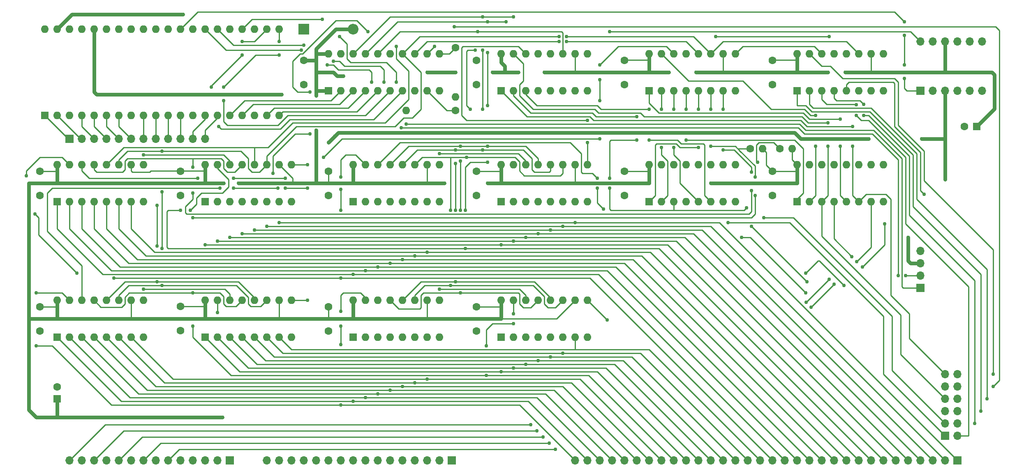
<source format=gtl>
G04 #@! TF.GenerationSoftware,KiCad,Pcbnew,(7.0.0)*
G04 #@! TF.CreationDate,2023-09-24T17:48:51-07:00*
G04 #@! TF.ProjectId,peripheral_interface,70657269-7068-4657-9261-6c5f696e7465,rev?*
G04 #@! TF.SameCoordinates,Original*
G04 #@! TF.FileFunction,Copper,L1,Top*
G04 #@! TF.FilePolarity,Positive*
%FSLAX46Y46*%
G04 Gerber Fmt 4.6, Leading zero omitted, Abs format (unit mm)*
G04 Created by KiCad (PCBNEW (7.0.0)) date 2023-09-24 17:48:51*
%MOMM*%
%LPD*%
G01*
G04 APERTURE LIST*
G04 #@! TA.AperFunction,ComponentPad*
%ADD10R,1.600000X1.600000*%
G04 #@! TD*
G04 #@! TA.AperFunction,ComponentPad*
%ADD11O,1.600000X1.600000*%
G04 #@! TD*
G04 #@! TA.AperFunction,ComponentPad*
%ADD12C,1.600000*%
G04 #@! TD*
G04 #@! TA.AperFunction,ComponentPad*
%ADD13R,1.700000X1.700000*%
G04 #@! TD*
G04 #@! TA.AperFunction,ComponentPad*
%ADD14O,1.700000X1.700000*%
G04 #@! TD*
G04 #@! TA.AperFunction,ComponentPad*
%ADD15R,2.200000X2.200000*%
G04 #@! TD*
G04 #@! TA.AperFunction,ComponentPad*
%ADD16O,2.200000X2.200000*%
G04 #@! TD*
G04 #@! TA.AperFunction,ViaPad*
%ADD17C,0.762000*%
G04 #@! TD*
G04 #@! TA.AperFunction,Conductor*
%ADD18C,0.762000*%
G04 #@! TD*
G04 #@! TA.AperFunction,Conductor*
%ADD19C,0.254000*%
G04 #@! TD*
G04 APERTURE END LIST*
D10*
X182879999Y-63499999D03*
D11*
X185419999Y-63499999D03*
X187959999Y-63499999D03*
X190499999Y-63499999D03*
X193039999Y-63499999D03*
X195579999Y-63499999D03*
X198119999Y-63499999D03*
X200659999Y-63499999D03*
X200659999Y-55879999D03*
X198119999Y-55879999D03*
X195579999Y-55879999D03*
X193039999Y-55879999D03*
X190499999Y-55879999D03*
X187959999Y-55879999D03*
X185419999Y-55879999D03*
X182879999Y-55879999D03*
D10*
X91439999Y-86359999D03*
D11*
X93979999Y-86359999D03*
X96519999Y-86359999D03*
X99059999Y-86359999D03*
X101599999Y-86359999D03*
X104139999Y-86359999D03*
X106679999Y-86359999D03*
X109219999Y-86359999D03*
X109219999Y-78739999D03*
X106679999Y-78739999D03*
X104139999Y-78739999D03*
X101599999Y-78739999D03*
X99059999Y-78739999D03*
X96519999Y-78739999D03*
X93979999Y-78739999D03*
X91439999Y-78739999D03*
D10*
X182879999Y-86359999D03*
D11*
X185419999Y-86359999D03*
X187959999Y-86359999D03*
X190499999Y-86359999D03*
X193039999Y-86359999D03*
X195579999Y-86359999D03*
X198119999Y-86359999D03*
X200659999Y-86359999D03*
X200659999Y-78739999D03*
X198119999Y-78739999D03*
X195579999Y-78739999D03*
X193039999Y-78739999D03*
X190499999Y-78739999D03*
X187959999Y-78739999D03*
X185419999Y-78739999D03*
X182879999Y-78739999D03*
D12*
X143002000Y-67564000D03*
D11*
X132841999Y-67563999D03*
D12*
X147320000Y-85050000D03*
X147320000Y-80050000D03*
D13*
X142239999Y-139699999D03*
D14*
X139699999Y-139699999D03*
X137159999Y-139699999D03*
X134619999Y-139699999D03*
X132079999Y-139699999D03*
X129539999Y-139699999D03*
X126999999Y-139699999D03*
X124459999Y-139699999D03*
X121919999Y-139699999D03*
X119379999Y-139699999D03*
X116839999Y-139699999D03*
X114299999Y-139699999D03*
X111759999Y-139699999D03*
X109219999Y-139699999D03*
X106679999Y-139699999D03*
X104139999Y-139699999D03*
D12*
X208280000Y-85090000D03*
X208280000Y-80090000D03*
D10*
X213359999Y-63499999D03*
D11*
X215899999Y-63499999D03*
X218439999Y-63499999D03*
X220979999Y-63499999D03*
X223519999Y-63499999D03*
X226059999Y-63499999D03*
X228599999Y-63499999D03*
X231139999Y-63499999D03*
X231139999Y-55879999D03*
X228599999Y-55879999D03*
X226059999Y-55879999D03*
X223519999Y-55879999D03*
X220979999Y-55879999D03*
X218439999Y-55879999D03*
X215899999Y-55879999D03*
X213359999Y-55879999D03*
D10*
X60959999Y-114299999D03*
D11*
X63499999Y-114299999D03*
X66039999Y-114299999D03*
X68579999Y-114299999D03*
X71119999Y-114299999D03*
X73659999Y-114299999D03*
X76199999Y-114299999D03*
X78739999Y-114299999D03*
X78739999Y-106679999D03*
X76199999Y-106679999D03*
X73659999Y-106679999D03*
X71119999Y-106679999D03*
X68579999Y-106679999D03*
X66039999Y-106679999D03*
X63499999Y-106679999D03*
X60959999Y-106679999D03*
D12*
X177800000Y-57190000D03*
X177800000Y-62190000D03*
D13*
X243839999Y-134619999D03*
D14*
X246379999Y-134619999D03*
X243839999Y-132079999D03*
X246379999Y-132079999D03*
X243839999Y-129539999D03*
X246379999Y-129539999D03*
X243839999Y-126999999D03*
X246379999Y-126999999D03*
X243839999Y-124459999D03*
X246379999Y-124459999D03*
X243839999Y-121919999D03*
X246379999Y-121919999D03*
D12*
X57404000Y-80050000D03*
X57404000Y-85050000D03*
D15*
X111759999Y-50799999D03*
D16*
X121919999Y-50799999D03*
D10*
X152399999Y-86359999D03*
D11*
X154939999Y-86359999D03*
X157479999Y-86359999D03*
X160019999Y-86359999D03*
X162559999Y-86359999D03*
X165099999Y-86359999D03*
X167639999Y-86359999D03*
X170179999Y-86359999D03*
X170179999Y-78739999D03*
X167639999Y-78739999D03*
X165099999Y-78739999D03*
X162559999Y-78739999D03*
X160019999Y-78739999D03*
X157479999Y-78739999D03*
X154939999Y-78739999D03*
X152399999Y-78739999D03*
D13*
X238759999Y-63499999D03*
D14*
X241299999Y-63499999D03*
X243839999Y-63499999D03*
X246379999Y-63499999D03*
X248919999Y-63499999D03*
X251459999Y-63499999D03*
X251459999Y-53339999D03*
X248919999Y-53339999D03*
X246379999Y-53339999D03*
X243839999Y-53339999D03*
X241299999Y-53339999D03*
X238759999Y-53339999D03*
D10*
X91439999Y-114299999D03*
D11*
X93979999Y-114299999D03*
X96519999Y-114299999D03*
X99059999Y-114299999D03*
X101599999Y-114299999D03*
X104139999Y-114299999D03*
X106679999Y-114299999D03*
X109219999Y-114299999D03*
X109219999Y-106679999D03*
X106679999Y-106679999D03*
X104139999Y-106679999D03*
X101599999Y-106679999D03*
X99059999Y-106679999D03*
X96519999Y-106679999D03*
X93979999Y-106679999D03*
X91439999Y-106679999D03*
D12*
X143002000Y-54610000D03*
D11*
X143001999Y-64769999D03*
D12*
X177800000Y-85050000D03*
X177800000Y-80050000D03*
X57404000Y-107990000D03*
X57404000Y-112990000D03*
D10*
X121919999Y-86359999D03*
D11*
X124459999Y-86359999D03*
X126999999Y-86359999D03*
X129539999Y-86359999D03*
X132079999Y-86359999D03*
X134619999Y-86359999D03*
X137159999Y-86359999D03*
X139699999Y-86359999D03*
X139699999Y-78739999D03*
X137159999Y-78739999D03*
X134619999Y-78739999D03*
X132079999Y-78739999D03*
X129539999Y-78739999D03*
X126999999Y-78739999D03*
X124459999Y-78739999D03*
X121919999Y-78739999D03*
D10*
X213359999Y-86359999D03*
D11*
X215899999Y-86359999D03*
X218439999Y-86359999D03*
X220979999Y-86359999D03*
X223519999Y-86359999D03*
X226059999Y-86359999D03*
X228599999Y-86359999D03*
X231139999Y-86359999D03*
X231139999Y-78739999D03*
X228599999Y-78739999D03*
X226059999Y-78739999D03*
X223519999Y-78739999D03*
X220979999Y-78739999D03*
X218439999Y-78739999D03*
X215899999Y-78739999D03*
X213359999Y-78739999D03*
D12*
X116840000Y-85050000D03*
X116840000Y-80050000D03*
D13*
X63499999Y-73380999D03*
D14*
X66039999Y-73380999D03*
X68579999Y-73380999D03*
X71119999Y-73380999D03*
X73659999Y-73380999D03*
X76199999Y-73380999D03*
X78739999Y-73380999D03*
X81279999Y-73380999D03*
X83819999Y-73380999D03*
X86359999Y-73380999D03*
X88899999Y-73380999D03*
X91439999Y-73380999D03*
D12*
X116840000Y-112990000D03*
X116840000Y-107990000D03*
D13*
X96519999Y-139699999D03*
D14*
X93979999Y-139699999D03*
X91439999Y-139699999D03*
X88899999Y-139699999D03*
X86359999Y-139699999D03*
X83819999Y-139699999D03*
X81279999Y-139699999D03*
X78739999Y-139699999D03*
X76199999Y-139699999D03*
X73659999Y-139699999D03*
X71119999Y-139699999D03*
X68579999Y-139699999D03*
X66039999Y-139699999D03*
X63499999Y-139699999D03*
D13*
X238759999Y-104139999D03*
D14*
X238759999Y-101599999D03*
X238759999Y-99059999D03*
X238759999Y-96519999D03*
D12*
X208280000Y-57190000D03*
X208280000Y-62190000D03*
X86360000Y-107950000D03*
X86360000Y-112950000D03*
X111760000Y-62190000D03*
X111760000Y-57190000D03*
D10*
X60959999Y-86359999D03*
D11*
X63499999Y-86359999D03*
X66039999Y-86359999D03*
X68579999Y-86359999D03*
X71119999Y-86359999D03*
X73659999Y-86359999D03*
X76199999Y-86359999D03*
X78739999Y-86359999D03*
X78739999Y-78739999D03*
X76199999Y-78739999D03*
X73659999Y-78739999D03*
X71119999Y-78739999D03*
X68579999Y-78739999D03*
X66039999Y-78739999D03*
X63499999Y-78739999D03*
X60959999Y-78739999D03*
D12*
X86360000Y-80090000D03*
X86360000Y-85090000D03*
D10*
X58419999Y-68579999D03*
D11*
X60959999Y-68579999D03*
X63499999Y-68579999D03*
X66039999Y-68579999D03*
X68579999Y-68579999D03*
X71119999Y-68579999D03*
X73659999Y-68579999D03*
X76199999Y-68579999D03*
X78739999Y-68579999D03*
X81279999Y-68579999D03*
X83819999Y-68579999D03*
X86359999Y-68579999D03*
X88899999Y-68579999D03*
X91439999Y-68579999D03*
X93979999Y-68579999D03*
X96519999Y-68579999D03*
X99059999Y-68579999D03*
X101599999Y-68579999D03*
X104139999Y-68579999D03*
X106679999Y-68579999D03*
X106679999Y-50799999D03*
X104139999Y-50799999D03*
X101599999Y-50799999D03*
X99059999Y-50799999D03*
X96519999Y-50799999D03*
X93979999Y-50799999D03*
X91439999Y-50799999D03*
X88899999Y-50799999D03*
X86359999Y-50799999D03*
X83819999Y-50799999D03*
X81279999Y-50799999D03*
X78739999Y-50799999D03*
X76199999Y-50799999D03*
X73659999Y-50799999D03*
X71119999Y-50799999D03*
X68579999Y-50799999D03*
X66039999Y-50799999D03*
X63499999Y-50799999D03*
X60959999Y-50799999D03*
X58419999Y-50799999D03*
D10*
X152399999Y-63499999D03*
D11*
X154939999Y-63499999D03*
X157479999Y-63499999D03*
X160019999Y-63499999D03*
X162559999Y-63499999D03*
X165099999Y-63499999D03*
X167639999Y-63499999D03*
X170179999Y-63499999D03*
X170179999Y-55879999D03*
X167639999Y-55879999D03*
X165099999Y-55879999D03*
X162559999Y-55879999D03*
X160019999Y-55879999D03*
X157479999Y-55879999D03*
X154939999Y-55879999D03*
X152399999Y-55879999D03*
D12*
X147320000Y-62190000D03*
X147320000Y-57190000D03*
D10*
X116839999Y-63499999D03*
D11*
X119379999Y-63499999D03*
X121919999Y-63499999D03*
X124459999Y-63499999D03*
X126999999Y-63499999D03*
X129539999Y-63499999D03*
X132079999Y-63499999D03*
X134619999Y-63499999D03*
X137159999Y-63499999D03*
X139699999Y-63499999D03*
X139699999Y-55879999D03*
X137159999Y-55879999D03*
X134619999Y-55879999D03*
X132079999Y-55879999D03*
X129539999Y-55879999D03*
X126999999Y-55879999D03*
X124459999Y-55879999D03*
X121919999Y-55879999D03*
X119379999Y-55879999D03*
X116839999Y-55879999D03*
D10*
X121919999Y-114289999D03*
D11*
X124459999Y-114289999D03*
X126999999Y-114289999D03*
X129539999Y-114289999D03*
X132079999Y-114289999D03*
X134619999Y-114289999D03*
X137159999Y-114289999D03*
X139699999Y-114289999D03*
X139699999Y-106669999D03*
X137159999Y-106669999D03*
X134619999Y-106669999D03*
X132079999Y-106669999D03*
X129539999Y-106669999D03*
X126999999Y-106669999D03*
X124459999Y-106669999D03*
X121919999Y-106669999D03*
D13*
X246379999Y-139699999D03*
D14*
X243839999Y-139699999D03*
X241299999Y-139699999D03*
X238759999Y-139699999D03*
X236219999Y-139699999D03*
X233679999Y-139699999D03*
X231139999Y-139699999D03*
X228599999Y-139699999D03*
X226059999Y-139699999D03*
X223519999Y-139699999D03*
X220979999Y-139699999D03*
X218439999Y-139699999D03*
X215899999Y-139699999D03*
X213359999Y-139699999D03*
X210819999Y-139699999D03*
X208279999Y-139699999D03*
X205739999Y-139699999D03*
X203199999Y-139699999D03*
X200659999Y-139699999D03*
X198119999Y-139699999D03*
X195579999Y-139699999D03*
X193039999Y-139699999D03*
X190499999Y-139699999D03*
X187959999Y-139699999D03*
X185419999Y-139699999D03*
X182879999Y-139699999D03*
X180339999Y-139699999D03*
X177799999Y-139699999D03*
X175259999Y-139699999D03*
X172719999Y-139699999D03*
X170179999Y-139699999D03*
X167639999Y-139699999D03*
D10*
X250356378Y-70865999D03*
D12*
X247856379Y-70866000D03*
D10*
X152399999Y-114299999D03*
D11*
X154939999Y-114299999D03*
X157479999Y-114299999D03*
X160019999Y-114299999D03*
X162559999Y-114299999D03*
X165099999Y-114299999D03*
X167639999Y-114299999D03*
X170179999Y-114299999D03*
X170179999Y-106679999D03*
X167639999Y-106679999D03*
X165099999Y-106679999D03*
X162559999Y-106679999D03*
X160019999Y-106679999D03*
X157479999Y-106679999D03*
X154939999Y-106679999D03*
X152399999Y-106679999D03*
D10*
X60959999Y-126999999D03*
D12*
X60960000Y-124500000D03*
X147320000Y-112990000D03*
X147320000Y-107990000D03*
X203708000Y-75438000D03*
D11*
X206247999Y-75437999D03*
D12*
X209804000Y-75438000D03*
D11*
X212343999Y-75437999D03*
D17*
X86868000Y-47752000D03*
X85344000Y-47752000D03*
X106680000Y-56134000D03*
X95250000Y-62738000D03*
X106680000Y-53340000D03*
X95250000Y-65532000D03*
X94234000Y-70866000D03*
X99060000Y-56134000D03*
X92710000Y-62738000D03*
X99060000Y-53340000D03*
X119126000Y-52324000D03*
X115570000Y-48768000D03*
X130810000Y-61722000D03*
X235458000Y-60960000D03*
X235458000Y-58166000D03*
X235458000Y-52070000D03*
X235458000Y-49276000D03*
X107188000Y-64262000D03*
X236220000Y-93726000D03*
X228092000Y-73406000D03*
X239014000Y-73406000D03*
X116840000Y-74168000D03*
X236220000Y-94996000D03*
X105664000Y-64262000D03*
X240538000Y-73406000D03*
X243840000Y-80518000D03*
X118110000Y-72898000D03*
X243840000Y-81788000D03*
X226568000Y-73406000D03*
X174752000Y-51308000D03*
X225552000Y-68580000D03*
X225552000Y-66348500D03*
X227076000Y-68580000D03*
X227076000Y-66294000D03*
X249936000Y-132080000D03*
X251206000Y-129540000D03*
X252476000Y-127000000D03*
X253746000Y-124460000D03*
X142748000Y-50292000D03*
X138684000Y-54356000D03*
X215138000Y-105156000D03*
X201930000Y-93726000D03*
X161036000Y-134874000D03*
X159766000Y-133604000D03*
X215392000Y-102870000D03*
X203962000Y-91440000D03*
X224790000Y-70866000D03*
X224790000Y-74930000D03*
X219710000Y-74930000D03*
X219710000Y-70104000D03*
X82550000Y-75946000D03*
X82550000Y-84328000D03*
X164338000Y-52324000D03*
X82550000Y-103632000D03*
X165862000Y-52324000D03*
X82550000Y-96012000D03*
X81534000Y-95504000D03*
X196596000Y-52324000D03*
X81534000Y-102870000D03*
X219964000Y-52324000D03*
X130810000Y-54356000D03*
X81534000Y-87122000D03*
X164338000Y-53340000D03*
X165862000Y-53340000D03*
X88900000Y-105156000D03*
X204724000Y-81280000D03*
X204724000Y-85090000D03*
X88900000Y-89662000D03*
X195580000Y-74930000D03*
X195580000Y-67310000D03*
X113030000Y-63754000D03*
X94488000Y-83566000D03*
X124968000Y-51308000D03*
X113030000Y-72390000D03*
X106426000Y-83566000D03*
X97282000Y-83566000D03*
X105410000Y-80518000D03*
X88900000Y-84582000D03*
X203962000Y-84074000D03*
X88900000Y-79248000D03*
X205232000Y-78232000D03*
X198120000Y-67310000D03*
X198120000Y-75692000D03*
X203962000Y-80264000D03*
X222250000Y-74930000D03*
X222250000Y-69342000D03*
X174752000Y-81534000D03*
X174752000Y-83566000D03*
X206502000Y-89662000D03*
X202946000Y-87630000D03*
X180340000Y-68834000D03*
X180340000Y-73660000D03*
X199136000Y-90678000D03*
X182880000Y-73660000D03*
X182880000Y-67310000D03*
X190500000Y-67310000D03*
X190500000Y-73660000D03*
X185420000Y-67310000D03*
X185420000Y-75184000D03*
X217170000Y-68580000D03*
X217170000Y-74930000D03*
X147574000Y-51308000D03*
X145288000Y-77216000D03*
X147066000Y-55118000D03*
X141986000Y-103632000D03*
X146050000Y-67310000D03*
X141986000Y-88138000D03*
X148590000Y-67310000D03*
X148590000Y-48260000D03*
X143002000Y-75692000D03*
X143002000Y-102870000D03*
X143002000Y-88138000D03*
X154940000Y-48260000D03*
X148590000Y-75692000D03*
X143002000Y-78486000D03*
X148590000Y-55118000D03*
X144018000Y-105156000D03*
X153416000Y-49276000D03*
X149606000Y-74930000D03*
X144018000Y-74930000D03*
X144018000Y-77978000D03*
X149606000Y-55626000D03*
X144018000Y-88138000D03*
X149606000Y-49276000D03*
X149606000Y-66548000D03*
X223012000Y-103632000D03*
X226822000Y-99822000D03*
X158496000Y-132334000D03*
X239522000Y-84836000D03*
X231394000Y-90932000D03*
X215138000Y-101092000D03*
X114300000Y-71628000D03*
X93472000Y-130810000D03*
X195580000Y-82550000D03*
X98298000Y-82550000D03*
X137160000Y-59690000D03*
X140716000Y-82550000D03*
X118618000Y-60452000D03*
X223266000Y-59690000D03*
X224536000Y-59690000D03*
X114300000Y-64516000D03*
X114300000Y-73152000D03*
X218186000Y-59690000D03*
X162814000Y-59690000D03*
X155956000Y-59690000D03*
X185674000Y-59690000D03*
X138430000Y-59690000D03*
X181610000Y-82550000D03*
X193802000Y-59690000D03*
X161290000Y-59690000D03*
X154686000Y-59690000D03*
X143002000Y-59690000D03*
X94996000Y-130810000D03*
X186944000Y-59690000D03*
X149606000Y-82550000D03*
X151892000Y-59690000D03*
X114300000Y-61976000D03*
X95250000Y-82550000D03*
X119888000Y-60452000D03*
X196850000Y-82550000D03*
X99822000Y-82550000D03*
X151130000Y-82550000D03*
X219710000Y-59690000D03*
X141732000Y-59690000D03*
X139192000Y-82550000D03*
X93726000Y-82550000D03*
X182880000Y-82550000D03*
X192532000Y-59690000D03*
X150622000Y-59690000D03*
X132842000Y-70358000D03*
X111760000Y-54102000D03*
X128270000Y-61722000D03*
X117856000Y-57404000D03*
X235712000Y-101600000D03*
X125730000Y-61722000D03*
X111252000Y-55118000D03*
X234188000Y-101600000D03*
X131826000Y-71120000D03*
X116586000Y-58166000D03*
X163576000Y-137414000D03*
X225679000Y-98679000D03*
X216281000Y-108077000D03*
X220980000Y-103378000D03*
X224663000Y-97663000D03*
X162306000Y-136144000D03*
X215265000Y-107061000D03*
X219964000Y-102362000D03*
X187960000Y-75184000D03*
X187960000Y-67310000D03*
X193040000Y-67310000D03*
X193040000Y-75184000D03*
X106680000Y-90678000D03*
X167640000Y-90678000D03*
X165100000Y-91440000D03*
X104140000Y-91440000D03*
X101600000Y-92202000D03*
X162560000Y-92202000D03*
X99060000Y-92964000D03*
X160020000Y-92964000D03*
X157480000Y-93726000D03*
X96520000Y-93726000D03*
X253746000Y-121920000D03*
X154940000Y-94488000D03*
X93980000Y-94488000D03*
X78740000Y-104394000D03*
X152400000Y-95250000D03*
X91440000Y-95250000D03*
X112522000Y-106680000D03*
X107950000Y-83566000D03*
X112522000Y-83566000D03*
X107950000Y-81534000D03*
X89916000Y-81534000D03*
X97282000Y-81534000D03*
X78740000Y-76708000D03*
X172720000Y-61214000D03*
X115824000Y-77216000D03*
X172720000Y-58166000D03*
X172720000Y-73406000D03*
X112522000Y-78740000D03*
X172720000Y-65532000D03*
X139700000Y-104394000D03*
X174244000Y-110744000D03*
X172212000Y-81534000D03*
X172212000Y-83566000D03*
X173482000Y-87884000D03*
X139700000Y-76454000D03*
X170180000Y-74168000D03*
X170180000Y-69596000D03*
X145034000Y-96012000D03*
X86360000Y-88138000D03*
X88392000Y-88138000D03*
X145034000Y-88138000D03*
X149606000Y-78232000D03*
X137160000Y-96774000D03*
X134620000Y-97536000D03*
X132080000Y-98298000D03*
X129540000Y-99060000D03*
X127000000Y-99822000D03*
X124460000Y-100584000D03*
X121920000Y-101346000D03*
X65024000Y-101092000D03*
X72644000Y-102108000D03*
X119380000Y-88138000D03*
X119380000Y-81280000D03*
X54610000Y-81026000D03*
X56388000Y-88900000D03*
X119380000Y-102108000D03*
X119380000Y-83820000D03*
X165100000Y-117602000D03*
X162560000Y-118364000D03*
X160020000Y-119126000D03*
X157480000Y-119888000D03*
X154940000Y-120650000D03*
X152400000Y-121412000D03*
X149352000Y-116078000D03*
X88900000Y-112014000D03*
X149352000Y-122174000D03*
X154940000Y-109474000D03*
X154940000Y-111506000D03*
X93980000Y-109220000D03*
X137160000Y-122936000D03*
X134620000Y-123698000D03*
X132080000Y-124460000D03*
X129540000Y-125222000D03*
X127000000Y-125984000D03*
X124460000Y-126746000D03*
X121920000Y-127508000D03*
X119380000Y-108966000D03*
X119380000Y-112014000D03*
X119380000Y-128270000D03*
X119380000Y-115824000D03*
X56642000Y-105156000D03*
X56642000Y-116078000D03*
D18*
X60960000Y-50800000D02*
X64008000Y-47752000D01*
X64008000Y-47752000D02*
X86868000Y-47752000D01*
D19*
X58420000Y-68580000D02*
X63221000Y-73381000D01*
X63221000Y-73381000D02*
X63500000Y-73381000D01*
X60960000Y-68580000D02*
X65761000Y-73381000D01*
X65761000Y-73381000D02*
X66040000Y-73381000D01*
X66040000Y-68580000D02*
X66040000Y-70841000D01*
X66040000Y-70841000D02*
X68580000Y-73381000D01*
X68580000Y-70841000D02*
X71120000Y-73381000D01*
X68580000Y-68580000D02*
X68580000Y-70841000D01*
X71120000Y-68580000D02*
X71120000Y-70841000D01*
X71120000Y-70841000D02*
X73660000Y-73381000D01*
X73660000Y-70841000D02*
X76200000Y-73381000D01*
X73660000Y-68580000D02*
X73660000Y-70841000D01*
X78740000Y-68580000D02*
X78740000Y-73381000D01*
X81280000Y-68580000D02*
X81280000Y-73381000D01*
X83820000Y-68580000D02*
X83820000Y-73381000D01*
X86360000Y-68580000D02*
X86360000Y-73381000D01*
X91440000Y-68580000D02*
X91440000Y-69342000D01*
X91440000Y-69342000D02*
X88900000Y-71882000D01*
X88900000Y-71882000D02*
X88900000Y-73381000D01*
X91440000Y-73381000D02*
X91440000Y-71628000D01*
X91440000Y-71628000D02*
X93980000Y-69088000D01*
X93980000Y-69088000D02*
X93980000Y-68580000D01*
X96520000Y-68580000D02*
X99568000Y-65532000D01*
X99568000Y-65532000D02*
X117348000Y-65532000D01*
X117348000Y-65532000D02*
X119380000Y-63500000D01*
X99060000Y-68580000D02*
X101346000Y-66294000D01*
X101346000Y-66294000D02*
X119126000Y-66294000D01*
X119126000Y-66294000D02*
X121920000Y-63500000D01*
X120904000Y-67056000D02*
X124460000Y-63500000D01*
X105664000Y-67056000D02*
X120904000Y-67056000D01*
X104140000Y-68580000D02*
X105664000Y-67056000D01*
X122682000Y-67818000D02*
X127000000Y-63500000D01*
X107442000Y-67818000D02*
X122682000Y-67818000D01*
X106680000Y-68580000D02*
X107442000Y-67818000D01*
X106680000Y-53340000D02*
X106680000Y-50800000D01*
X101854000Y-56134000D02*
X106680000Y-56134000D01*
X95250000Y-65532000D02*
X95250000Y-69850000D01*
X95250000Y-62738000D02*
X101854000Y-56134000D01*
X95250000Y-69850000D02*
X96012000Y-70612000D01*
X108458000Y-68580000D02*
X124460000Y-68580000D01*
X124460000Y-68580000D02*
X129540000Y-63500000D01*
X96012000Y-70612000D02*
X106426000Y-70612000D01*
X106426000Y-70612000D02*
X108458000Y-68580000D01*
X132080000Y-63500000D02*
X126184000Y-69396000D01*
X99060000Y-53340000D02*
X101600000Y-53340000D01*
X92710000Y-62484000D02*
X99060000Y-56134000D01*
X126184000Y-69396000D02*
X108912000Y-69396000D01*
X106934000Y-71374000D02*
X94742000Y-71374000D01*
X92710000Y-62738000D02*
X92710000Y-62484000D01*
X108912000Y-69396000D02*
X106934000Y-71374000D01*
X94742000Y-71374000D02*
X94234000Y-70866000D01*
X101600000Y-53340000D02*
X104140000Y-50800000D01*
X120650000Y-53848000D02*
X119126000Y-52324000D01*
X101092000Y-48768000D02*
X99060000Y-50800000D01*
X115570000Y-48768000D02*
X101092000Y-48768000D01*
X121412000Y-57658000D02*
X120650000Y-56896000D01*
X120650000Y-56896000D02*
X120650000Y-53848000D01*
X130810000Y-61722000D02*
X130810000Y-59690000D01*
X128778000Y-57658000D02*
X121412000Y-57658000D01*
X130810000Y-59690000D02*
X128778000Y-57658000D01*
X233426000Y-47244000D02*
X89916000Y-47244000D01*
X235966000Y-63500000D02*
X238760000Y-63500000D01*
X235458000Y-52070000D02*
X235458000Y-58166000D01*
X235458000Y-62992000D02*
X235966000Y-63500000D01*
X89916000Y-47244000D02*
X86360000Y-50800000D01*
X235458000Y-60960000D02*
X235458000Y-62992000D01*
X235458000Y-49276000D02*
X233426000Y-47244000D01*
D18*
X240538000Y-73406000D02*
X243840000Y-73406000D01*
X69088000Y-64262000D02*
X68580000Y-63754000D01*
X226568000Y-73406000D02*
X214107264Y-73406000D01*
X236220000Y-93726000D02*
X236220000Y-98552000D01*
X239014000Y-73406000D02*
X240538000Y-73406000D01*
X243840000Y-63500000D02*
X243840000Y-80518000D01*
X236728000Y-99060000D02*
X238760000Y-99060000D01*
X214107264Y-73406000D02*
X212837264Y-72136000D01*
X105664000Y-64262000D02*
X69088000Y-64262000D01*
X116840000Y-74168000D02*
X118110000Y-72898000D01*
X118872000Y-72136000D02*
X118110000Y-72898000D01*
X243840000Y-81788000D02*
X243840000Y-80518000D01*
X226568000Y-73406000D02*
X228092000Y-73406000D01*
X68580000Y-63754000D02*
X68580000Y-50800000D01*
X107188000Y-64262000D02*
X105664000Y-64262000D01*
X236220000Y-98552000D02*
X236728000Y-99060000D01*
X212837264Y-72136000D02*
X118872000Y-72136000D01*
D19*
X174752000Y-51308000D02*
X236728000Y-51308000D01*
X236728000Y-51308000D02*
X238760000Y-53340000D01*
X218440000Y-65278000D02*
X218440000Y-63500000D01*
X248666000Y-134620000D02*
X246380000Y-134620000D01*
X235712000Y-90932000D02*
X248666000Y-103886000D01*
X219456000Y-66294000D02*
X218440000Y-65278000D01*
X225552000Y-68580000D02*
X226568000Y-69596000D01*
X248666000Y-103886000D02*
X248666000Y-134620000D01*
X225552000Y-66348500D02*
X225497500Y-66294000D01*
X226568000Y-69596000D02*
X228092000Y-69596000D01*
X235712000Y-77216000D02*
X235712000Y-90932000D01*
X228092000Y-69596000D02*
X235712000Y-77216000D01*
X225497500Y-66294000D02*
X219456000Y-66294000D01*
X227076000Y-68580000D02*
X228092000Y-68580000D01*
X227076000Y-66294000D02*
X226314000Y-65532000D01*
X226314000Y-65532000D02*
X221488000Y-65532000D01*
X236474000Y-89154000D02*
X249936000Y-102616000D01*
X220980000Y-65024000D02*
X220980000Y-63500000D01*
X236474000Y-76962000D02*
X236474000Y-89154000D01*
X221488000Y-65532000D02*
X220980000Y-65024000D01*
X249936000Y-102616000D02*
X249936000Y-132080000D01*
X228092000Y-68580000D02*
X236474000Y-76962000D01*
X213360000Y-63500000D02*
X213360000Y-66548000D01*
X213360000Y-66548000D02*
X215138000Y-66548000D01*
X251206000Y-101346000D02*
X251206000Y-129540000D01*
X215138000Y-66548000D02*
X216408000Y-67818000D01*
X237236000Y-76708000D02*
X237236000Y-87376000D01*
X237236000Y-87376000D02*
X246380000Y-96520000D01*
X228346000Y-67818000D02*
X237236000Y-76708000D01*
X216408000Y-67818000D02*
X228346000Y-67818000D01*
X246380000Y-96520000D02*
X251206000Y-101346000D01*
X215900000Y-63500000D02*
X215900000Y-66294000D01*
X215900000Y-66294000D02*
X216662000Y-67056000D01*
X228600000Y-67056000D02*
X237998000Y-76454000D01*
X252476000Y-100330000D02*
X252476000Y-127000000D01*
X237998000Y-85852000D02*
X252476000Y-100330000D01*
X237998000Y-76454000D02*
X237998000Y-85852000D01*
X216662000Y-67056000D02*
X228600000Y-67056000D01*
X142748000Y-50292000D02*
X254254000Y-50292000D01*
X255016000Y-123190000D02*
X253746000Y-124460000D01*
X255016000Y-51054000D02*
X255016000Y-123190000D01*
X254254000Y-50292000D02*
X255016000Y-51054000D01*
X137160000Y-55880000D02*
X138684000Y-54356000D01*
X201930000Y-93726000D02*
X203708000Y-93726000D01*
X78486000Y-134874000D02*
X73660000Y-139700000D01*
X161036000Y-134874000D02*
X78486000Y-134874000D01*
X203708000Y-93726000D02*
X215138000Y-105156000D01*
X159766000Y-133604000D02*
X74676000Y-133604000D01*
X203962000Y-91440000D02*
X215392000Y-102870000D01*
X74676000Y-133604000D02*
X68580000Y-139700000D01*
X232664000Y-85852000D02*
X232664000Y-105664000D01*
X232664000Y-105664000D02*
X236474000Y-109474000D01*
X236474000Y-114554000D02*
X243840000Y-121920000D01*
X226060000Y-86360000D02*
X227584000Y-84836000D01*
X224790000Y-74930000D02*
X224790000Y-85090000D01*
X231648000Y-84836000D02*
X232664000Y-85852000D01*
X171450000Y-69596000D02*
X170688000Y-68834000D01*
X227584000Y-84836000D02*
X231648000Y-84836000D01*
X224790000Y-70866000D02*
X215392000Y-70866000D01*
X224790000Y-85090000D02*
X226060000Y-86360000D01*
X215392000Y-70866000D02*
X214122000Y-69596000D01*
X236474000Y-109474000D02*
X236474000Y-114554000D01*
X170688000Y-68834000D02*
X157734000Y-68834000D01*
X157734000Y-68834000D02*
X152400000Y-63500000D01*
X214122000Y-69596000D02*
X171450000Y-69596000D01*
X172466000Y-68072000D02*
X171704000Y-67310000D01*
X234696000Y-117856000D02*
X234696000Y-109728000D01*
X156210000Y-62230000D02*
X156972000Y-61468000D01*
X181864000Y-68834000D02*
X181102000Y-68072000D01*
X159004000Y-67310000D02*
X156210000Y-64516000D01*
X156972000Y-57912000D02*
X154940000Y-55880000D01*
X171704000Y-67310000D02*
X159004000Y-67310000D01*
X181102000Y-68072000D02*
X172466000Y-68072000D01*
X214376000Y-68834000D02*
X181864000Y-68834000D01*
X219710000Y-85090000D02*
X218440000Y-86360000D01*
X219710000Y-70104000D02*
X215646000Y-70104000D01*
X218440000Y-93472000D02*
X218440000Y-86360000D01*
X234696000Y-109728000D02*
X218440000Y-93472000D01*
X243840000Y-127000000D02*
X234696000Y-117856000D01*
X215646000Y-70104000D02*
X214376000Y-68834000D01*
X219710000Y-74930000D02*
X219710000Y-85090000D01*
X156972000Y-61468000D02*
X156972000Y-57912000D01*
X156210000Y-64516000D02*
X156210000Y-62230000D01*
X164338000Y-52324000D02*
X135636000Y-52324000D01*
X75438000Y-75946000D02*
X73660000Y-77724000D01*
X82550000Y-75946000D02*
X98806000Y-75946000D01*
X82550000Y-75946000D02*
X75438000Y-75946000D01*
X104140000Y-76962000D02*
X104140000Y-78740000D01*
X102870000Y-107950000D02*
X100838000Y-107950000D01*
X97909948Y-103632000D02*
X82550000Y-103632000D01*
X100838000Y-107950000D02*
X100330000Y-107442000D01*
X100330000Y-77470000D02*
X100330000Y-79502000D01*
X195580000Y-55880000D02*
X198120000Y-53340000D01*
X73660000Y-105664000D02*
X73660000Y-106680000D01*
X132080000Y-55880000D02*
X135890000Y-59690000D01*
X134112000Y-69088000D02*
X132334000Y-69088000D01*
X102616000Y-80264000D02*
X104140000Y-78740000D01*
X100330000Y-106052052D02*
X97909948Y-103632000D01*
X130556000Y-70866000D02*
X110236000Y-70866000D01*
X198120000Y-53340000D02*
X223520000Y-53340000D01*
X101092000Y-80264000D02*
X102616000Y-80264000D01*
X82550000Y-84328000D02*
X82550000Y-96012000D01*
X104140000Y-106680000D02*
X102870000Y-107950000D01*
X100330000Y-107442000D02*
X100330000Y-106052052D01*
X73660000Y-77724000D02*
X73660000Y-78740000D01*
X132334000Y-69088000D02*
X130556000Y-70866000D01*
X81534000Y-103632000D02*
X75692000Y-103632000D01*
X135890000Y-59690000D02*
X135890000Y-67310000D01*
X75692000Y-103632000D02*
X73660000Y-105664000D01*
X82550000Y-103632000D02*
X81534000Y-103632000D01*
X110236000Y-70866000D02*
X104140000Y-76962000D01*
X192024000Y-52324000D02*
X195580000Y-55880000D01*
X100330000Y-79502000D02*
X101092000Y-80264000D01*
X135890000Y-67310000D02*
X134112000Y-69088000D01*
X165862000Y-52324000D02*
X192024000Y-52324000D01*
X223520000Y-53340000D02*
X226060000Y-55880000D01*
X98806000Y-75946000D02*
X100330000Y-77470000D01*
X135636000Y-52324000D02*
X132080000Y-55880000D01*
X109474000Y-70104000D02*
X104394000Y-75184000D01*
X98298000Y-102870000D02*
X101600000Y-106172000D01*
X130810000Y-54356000D02*
X130810000Y-56896000D01*
X85090000Y-75184000D02*
X99060000Y-75184000D01*
X74930000Y-102870000D02*
X81534000Y-102870000D01*
X71120000Y-106680000D02*
X74930000Y-102870000D01*
X81534000Y-102870000D02*
X82804000Y-102870000D01*
X104394000Y-75184000D02*
X99060000Y-75184000D01*
X74676000Y-75184000D02*
X85090000Y-75184000D01*
X196596000Y-52324000D02*
X219964000Y-52324000D01*
X130810000Y-56896000D02*
X133350000Y-59436000D01*
X133350000Y-65278000D02*
X128524000Y-70104000D01*
X190500000Y-53340000D02*
X193040000Y-55880000D01*
X71120000Y-78740000D02*
X74676000Y-75184000D01*
X165862000Y-53340000D02*
X190500000Y-53340000D01*
X101600000Y-106172000D02*
X101600000Y-106680000D01*
X164338000Y-53340000D02*
X137160000Y-53340000D01*
X133350000Y-59436000D02*
X133350000Y-65278000D01*
X81534000Y-95504000D02*
X81534000Y-87122000D01*
X99060000Y-75184000D02*
X101600000Y-75184000D01*
X82804000Y-102870000D02*
X98298000Y-102870000D01*
X101600000Y-75184000D02*
X101600000Y-78740000D01*
X128524000Y-70104000D02*
X109474000Y-70104000D01*
X137160000Y-53340000D02*
X134620000Y-55880000D01*
X200660000Y-74930000D02*
X195580000Y-74930000D01*
X74295000Y-108077000D02*
X69977000Y-108077000D01*
X99060000Y-106680000D02*
X97790000Y-107950000D01*
X201549000Y-75819000D02*
X200660000Y-74930000D01*
X95758000Y-107950000D02*
X95250000Y-107442000D01*
X97790000Y-107950000D02*
X95758000Y-107950000D01*
X195580000Y-63500000D02*
X195580000Y-67310000D01*
X204724000Y-81280000D02*
X204724000Y-78994000D01*
X88900000Y-105156000D02*
X75826052Y-105156000D01*
X204724000Y-88900000D02*
X204724000Y-85090000D01*
X74930000Y-106052052D02*
X74930000Y-107442000D01*
X203962000Y-89662000D02*
X204724000Y-88900000D01*
X203708000Y-75438000D02*
X201168000Y-75438000D01*
X94488000Y-105156000D02*
X88900000Y-105156000D01*
X74930000Y-107442000D02*
X74295000Y-108077000D01*
X95250000Y-107442000D02*
X95250000Y-105918000D01*
X88900000Y-89662000D02*
X203962000Y-89662000D01*
X204724000Y-78994000D02*
X201549000Y-75819000D01*
X69977000Y-108077000D02*
X68580000Y-106680000D01*
X95250000Y-105918000D02*
X94488000Y-105156000D01*
X75826052Y-105156000D02*
X74930000Y-106052052D01*
X58928000Y-84582000D02*
X59944000Y-83566000D01*
X59944000Y-83566000D02*
X94488000Y-83566000D01*
X118349264Y-49022000D02*
X122682000Y-49022000D01*
X66040000Y-99568000D02*
X58928000Y-92456000D01*
X109474000Y-62738000D02*
X109474000Y-57404000D01*
X105410000Y-76962000D02*
X105410000Y-80518000D01*
X109474000Y-57404000D02*
X111052000Y-55826000D01*
X113030000Y-63754000D02*
X110490000Y-63754000D01*
X111052000Y-55826000D02*
X111545264Y-55826000D01*
X106426000Y-83566000D02*
X97282000Y-83566000D01*
X58928000Y-92456000D02*
X58928000Y-84582000D01*
X122682000Y-49022000D02*
X124968000Y-51308000D01*
X111545264Y-55826000D02*
X118349264Y-49022000D01*
X66040000Y-106680000D02*
X66040000Y-99568000D01*
X109982000Y-72390000D02*
X105410000Y-76962000D01*
X110490000Y-63754000D02*
X109474000Y-62738000D01*
X113030000Y-72390000D02*
X109982000Y-72390000D01*
X97536000Y-80264000D02*
X96012000Y-80264000D01*
X99060000Y-78740000D02*
X97536000Y-80264000D01*
X198120000Y-63500000D02*
X198120000Y-67310000D01*
X68580000Y-79756000D02*
X68580000Y-78740000D01*
X208534000Y-74168000D02*
X209804000Y-75438000D01*
X204978000Y-74676000D02*
X205486000Y-74168000D01*
X74930000Y-77978000D02*
X74930000Y-79756000D01*
X75438000Y-77470000D02*
X74930000Y-77978000D01*
X204978000Y-77978000D02*
X204978000Y-74676000D01*
X203962000Y-79248000D02*
X200406000Y-75692000D01*
X203962000Y-80264000D02*
X203962000Y-79248000D01*
X88900000Y-77470000D02*
X88900000Y-79248000D01*
X203962000Y-88392000D02*
X203962000Y-84074000D01*
X205232000Y-78232000D02*
X204978000Y-77978000D01*
X87630000Y-88900000D02*
X203454000Y-88900000D01*
X87376000Y-87376000D02*
X87376000Y-88646000D01*
X87376000Y-88646000D02*
X87630000Y-88900000D01*
X203454000Y-88900000D02*
X203962000Y-88392000D01*
X69088000Y-80264000D02*
X68580000Y-79756000D01*
X94742000Y-77470000D02*
X88900000Y-77470000D01*
X205486000Y-74168000D02*
X208534000Y-74168000D01*
X96012000Y-80264000D02*
X95250000Y-79502000D01*
X95250000Y-77978000D02*
X94742000Y-77470000D01*
X74930000Y-79756000D02*
X74422000Y-80264000D01*
X200406000Y-75692000D02*
X198120000Y-75692000D01*
X74422000Y-80264000D02*
X69088000Y-80264000D01*
X95250000Y-79502000D02*
X95250000Y-77978000D01*
X88900000Y-77470000D02*
X75438000Y-77470000D01*
X88900000Y-85852000D02*
X87376000Y-87376000D01*
X88900000Y-84582000D02*
X88900000Y-85852000D01*
X215900000Y-69342000D02*
X214630000Y-68072000D01*
X184912000Y-68072000D02*
X182880000Y-66040000D01*
X214630000Y-68072000D02*
X184912000Y-68072000D01*
X222250000Y-69342000D02*
X215900000Y-69342000D01*
X222250000Y-74930000D02*
X222250000Y-85090000D01*
X182880000Y-66040000D02*
X182880000Y-63500000D01*
X222250000Y-85090000D02*
X223520000Y-86360000D01*
X175006000Y-73660000D02*
X180340000Y-73660000D01*
X202438000Y-88138000D02*
X202946000Y-87630000D01*
X174752000Y-73914000D02*
X175006000Y-73660000D01*
X175006000Y-88138000D02*
X187706000Y-88138000D01*
X171196000Y-68072000D02*
X171958000Y-68834000D01*
X174752000Y-87884000D02*
X175006000Y-88138000D01*
X232918000Y-109982000D02*
X232918000Y-121158000D01*
X187706000Y-88138000D02*
X187960000Y-88138000D01*
X158496000Y-68072000D02*
X171196000Y-68072000D01*
X187960000Y-88138000D02*
X187960000Y-86360000D01*
X232918000Y-121158000D02*
X243840000Y-132080000D01*
X154940000Y-64516000D02*
X158496000Y-68072000D01*
X154940000Y-63500000D02*
X154940000Y-64516000D01*
X187706000Y-88138000D02*
X202438000Y-88138000D01*
X171958000Y-68834000D02*
X180340000Y-68834000D01*
X206502000Y-89662000D02*
X212598000Y-89662000D01*
X174752000Y-83566000D02*
X174752000Y-87884000D01*
X212598000Y-89662000D02*
X232918000Y-109982000D01*
X174752000Y-81534000D02*
X174752000Y-73914000D01*
X188722000Y-73660000D02*
X189484000Y-74422000D01*
X157480000Y-63500000D02*
X157480000Y-64262000D01*
X194310000Y-85090000D02*
X195580000Y-86360000D01*
X194056000Y-74422000D02*
X194310000Y-74676000D01*
X211836000Y-90678000D02*
X231140000Y-109982000D01*
X182880000Y-73660000D02*
X188722000Y-73660000D01*
X159766000Y-66548000D02*
X172212000Y-66548000D01*
X157480000Y-64262000D02*
X159766000Y-66548000D01*
X194310000Y-74676000D02*
X194310000Y-85090000D01*
X172212000Y-66548000D02*
X172974000Y-67310000D01*
X231140000Y-121920000D02*
X243840000Y-134620000D01*
X231140000Y-109982000D02*
X231140000Y-121920000D01*
X199136000Y-90678000D02*
X211836000Y-90678000D01*
X172974000Y-67310000D02*
X182880000Y-67310000D01*
X189484000Y-74422000D02*
X194056000Y-74422000D01*
X190500000Y-73660000D02*
X212852000Y-73660000D01*
X212852000Y-73660000D02*
X214630000Y-75438000D01*
X190500000Y-63500000D02*
X190500000Y-67310000D01*
X214630000Y-75438000D02*
X214630000Y-84582000D01*
X214630000Y-84582000D02*
X213360000Y-85852000D01*
X213360000Y-85852000D02*
X213360000Y-86360000D01*
X186690000Y-85090000D02*
X185420000Y-86360000D01*
X185420000Y-63500000D02*
X185420000Y-67310000D01*
X185420000Y-75184000D02*
X185420000Y-76708000D01*
X186690000Y-77978000D02*
X186690000Y-85090000D01*
X185420000Y-76708000D02*
X186690000Y-77978000D01*
X214884000Y-67310000D02*
X208026000Y-67310000D01*
X217170000Y-68580000D02*
X216154000Y-68580000D01*
X208026000Y-67310000D02*
X202184000Y-61468000D01*
X191008000Y-61468000D02*
X185420000Y-55880000D01*
X202184000Y-61468000D02*
X191008000Y-61468000D01*
X217170000Y-85090000D02*
X215900000Y-86360000D01*
X216154000Y-68580000D02*
X214884000Y-67310000D01*
X217170000Y-74930000D02*
X217170000Y-85090000D01*
X159004000Y-103632000D02*
X161290000Y-105918000D01*
X141986000Y-77216000D02*
X145288000Y-77216000D01*
X141986000Y-103632000D02*
X159004000Y-103632000D01*
X165100000Y-80518000D02*
X165100000Y-78740000D01*
X134620000Y-106670000D02*
X134620000Y-105664000D01*
X134620000Y-78740000D02*
X136144000Y-77216000D01*
X145288000Y-77216000D02*
X155313948Y-77216000D01*
X164646000Y-80972000D02*
X165100000Y-80518000D01*
X145288000Y-55372000D02*
X145542000Y-55118000D01*
X164846000Y-51308000D02*
X165100000Y-51562000D01*
X165100000Y-51562000D02*
X165100000Y-55880000D01*
X147574000Y-51308000D02*
X131572000Y-51308000D01*
X146050000Y-67310000D02*
X145288000Y-66548000D01*
X156210000Y-78112052D02*
X156210000Y-80010000D01*
X136144000Y-77216000D02*
X141986000Y-77216000D01*
X161290000Y-107442000D02*
X162052000Y-108204000D01*
X162052000Y-108204000D02*
X163576000Y-108204000D01*
X157172000Y-80972000D02*
X164646000Y-80972000D01*
X163576000Y-108204000D02*
X165100000Y-106680000D01*
X156210000Y-80010000D02*
X157172000Y-80972000D01*
X147574000Y-51308000D02*
X164846000Y-51308000D01*
X141986000Y-84074000D02*
X141986000Y-88138000D01*
X145542000Y-55118000D02*
X147066000Y-55118000D01*
X161290000Y-105918000D02*
X161290000Y-107442000D01*
X155313948Y-77216000D02*
X156210000Y-78112052D01*
X136652000Y-103632000D02*
X141986000Y-103632000D01*
X141986000Y-77216000D02*
X141986000Y-84074000D01*
X131572000Y-51308000D02*
X127000000Y-55880000D01*
X145288000Y-66548000D02*
X145288000Y-55372000D01*
X134620000Y-105664000D02*
X136652000Y-103632000D01*
X143002000Y-78486000D02*
X143002000Y-88138000D01*
X158750000Y-77470000D02*
X158750000Y-79756000D01*
X129540000Y-48260000D02*
X121920000Y-55880000D01*
X148590000Y-48260000D02*
X129540000Y-48260000D01*
X159258000Y-102870000D02*
X162560000Y-106172000D01*
X143002000Y-75692000D02*
X148590000Y-75692000D01*
X162306000Y-80264000D02*
X162560000Y-80010000D01*
X132080000Y-106670000D02*
X135880000Y-102870000D01*
X162560000Y-80010000D02*
X162560000Y-78740000D01*
X148590000Y-67310000D02*
X148590000Y-65278000D01*
X135128000Y-75692000D02*
X132080000Y-78740000D01*
X135880000Y-102870000D02*
X143002000Y-102870000D01*
X154940000Y-48260000D02*
X148590000Y-48260000D01*
X156972000Y-75692000D02*
X158750000Y-77470000D01*
X148590000Y-65278000D02*
X148590000Y-55118000D01*
X158750000Y-79756000D02*
X159258000Y-80264000D01*
X143002000Y-102870000D02*
X159258000Y-102870000D01*
X162560000Y-106172000D02*
X162560000Y-106680000D01*
X148590000Y-75692000D02*
X156972000Y-75692000D01*
X143002000Y-75692000D02*
X135128000Y-75692000D01*
X159258000Y-80264000D02*
X162306000Y-80264000D01*
X133350000Y-74930000D02*
X129540000Y-78740000D01*
X144018000Y-105156000D02*
X136398000Y-105156000D01*
X136398000Y-105156000D02*
X135890000Y-105664000D01*
X156972000Y-108204000D02*
X158496000Y-108204000D01*
X149606000Y-65278000D02*
X149606000Y-55626000D01*
X157480000Y-74930000D02*
X160020000Y-77470000D01*
X135890000Y-105664000D02*
X135890000Y-108204000D01*
X149606000Y-49276000D02*
X153416000Y-49276000D01*
X131064000Y-49276000D02*
X124460000Y-55880000D01*
X158496000Y-108204000D02*
X160020000Y-106680000D01*
X156210000Y-105410000D02*
X156210000Y-107442000D01*
X144018000Y-105156000D02*
X155956000Y-105156000D01*
X144018000Y-74930000D02*
X149606000Y-74930000D01*
X144018000Y-74930000D02*
X133350000Y-74930000D01*
X131328000Y-108458000D02*
X129540000Y-106670000D01*
X135636000Y-108458000D02*
X131328000Y-108458000D01*
X156210000Y-107442000D02*
X156972000Y-108204000D01*
X135890000Y-108204000D02*
X135636000Y-108458000D01*
X149606000Y-49276000D02*
X131064000Y-49276000D01*
X155956000Y-105156000D02*
X156210000Y-105410000D01*
X149606000Y-66548000D02*
X149606000Y-65278000D01*
X160020000Y-77470000D02*
X160020000Y-78740000D01*
X144018000Y-77978000D02*
X144018000Y-88138000D01*
X149606000Y-74930000D02*
X157480000Y-74930000D01*
X233426000Y-70866000D02*
X238760000Y-76200000D01*
X233426000Y-61976000D02*
X233426000Y-70866000D01*
X238760000Y-76200000D02*
X238760000Y-84074000D01*
X217678000Y-98552000D02*
X217932000Y-98552000D01*
X226822000Y-99822000D02*
X231394000Y-95250000D01*
X70866000Y-132334000D02*
X63500000Y-139700000D01*
X158496000Y-132334000D02*
X70866000Y-132334000D01*
X233172000Y-61722000D02*
X233426000Y-61976000D01*
X215138000Y-101092000D02*
X217678000Y-98552000D01*
X231394000Y-95250000D02*
X231394000Y-90932000D01*
X238760000Y-84074000D02*
X239522000Y-84836000D01*
X224028000Y-61722000D02*
X233172000Y-61722000D01*
X217932000Y-98552000D02*
X223012000Y-103632000D01*
X223520000Y-62230000D02*
X224028000Y-61722000D01*
X223520000Y-63500000D02*
X223520000Y-62230000D01*
D18*
X153162000Y-59690000D02*
X154686000Y-59690000D01*
X114300000Y-63500000D02*
X116840000Y-63500000D01*
X60960000Y-107950000D02*
X60960000Y-106680000D01*
D19*
X152360000Y-80050000D02*
X152400000Y-80010000D01*
D18*
X60960000Y-82550000D02*
X91440000Y-82550000D01*
X114260000Y-57190000D02*
X111760000Y-57190000D01*
D19*
X152360000Y-107990000D02*
X152400000Y-107950000D01*
D18*
X152400000Y-57658000D02*
X152400000Y-55880000D01*
X114300000Y-55880000D02*
X114300000Y-54864000D01*
X139192000Y-82550000D02*
X140716000Y-82550000D01*
D19*
X207010000Y-78820000D02*
X208280000Y-80090000D01*
D18*
X182880000Y-59690000D02*
X167640000Y-59690000D01*
D19*
X163830000Y-110490000D02*
X152400000Y-110490000D01*
D18*
X154686000Y-59690000D02*
X155956000Y-59690000D01*
X182880000Y-80010000D02*
X182880000Y-78740000D01*
D19*
X177800000Y-57190000D02*
X177840000Y-57150000D01*
X116840000Y-80050000D02*
X116840000Y-82550000D01*
D18*
X114300000Y-71628000D02*
X114300000Y-73152000D01*
X58166000Y-130810000D02*
X56642000Y-130810000D01*
D19*
X76200000Y-80010000D02*
X76454000Y-80264000D01*
X60920000Y-107990000D02*
X60960000Y-107950000D01*
D18*
X182880000Y-82550000D02*
X181610000Y-82550000D01*
X57150000Y-82550000D02*
X60960000Y-82550000D01*
X56642000Y-130810000D02*
X55118000Y-129286000D01*
X224536000Y-59690000D02*
X223266000Y-59690000D01*
X213360000Y-59690000D02*
X213360000Y-57150000D01*
D19*
X137160000Y-106670000D02*
X137160000Y-110490000D01*
D18*
X116840000Y-110490000D02*
X121920000Y-110490000D01*
X60960000Y-82550000D02*
X60960000Y-80010000D01*
D19*
X137160000Y-78740000D02*
X137160000Y-82550000D01*
D18*
X151892000Y-59690000D02*
X153162000Y-59690000D01*
X150876000Y-110490000D02*
X152400000Y-110490000D01*
X57150000Y-82550000D02*
X55118000Y-82550000D01*
X55118000Y-110490000D02*
X60960000Y-110490000D01*
X114300000Y-57150000D02*
X114260000Y-57190000D01*
X91440000Y-110490000D02*
X91440000Y-107950000D01*
X137160000Y-82550000D02*
X139192000Y-82550000D01*
D19*
X80264000Y-80010000D02*
X86280000Y-80010000D01*
X60920000Y-80050000D02*
X60960000Y-80010000D01*
X86360000Y-107950000D02*
X91440000Y-107950000D01*
D18*
X138430000Y-59690000D02*
X141732000Y-59690000D01*
X152400000Y-110490000D02*
X152400000Y-107950000D01*
D19*
X86440000Y-80010000D02*
X91440000Y-80010000D01*
D18*
X182880000Y-59690000D02*
X182880000Y-55880000D01*
D19*
X106680000Y-106680000D02*
X106680000Y-110236000D01*
D18*
X114300000Y-59690000D02*
X114300000Y-57150000D01*
D19*
X208320000Y-57150000D02*
X213360000Y-57150000D01*
X147320000Y-80050000D02*
X152360000Y-80050000D01*
D18*
X121920000Y-78740000D02*
X121920000Y-82550000D01*
X76200000Y-110490000D02*
X91440000Y-110490000D01*
D19*
X106680000Y-78740000D02*
X109474000Y-81534000D01*
D18*
X213360000Y-59690000D02*
X198120000Y-59690000D01*
X149606000Y-82550000D02*
X151130000Y-82550000D01*
X93726000Y-82550000D02*
X95250000Y-82550000D01*
X141732000Y-59690000D02*
X143002000Y-59690000D01*
X152400000Y-82550000D02*
X167640000Y-82550000D01*
X152400000Y-107950000D02*
X152400000Y-106680000D01*
X162814000Y-59690000D02*
X167640000Y-59690000D01*
X228600000Y-59690000D02*
X224536000Y-59690000D01*
D19*
X212344000Y-77724000D02*
X213360000Y-78740000D01*
D18*
X243840000Y-59690000D02*
X228600000Y-59690000D01*
D19*
X212344000Y-75438000D02*
X212344000Y-77724000D01*
D18*
X254000000Y-60198000D02*
X254000000Y-67222379D01*
X137160000Y-110490000D02*
X150876000Y-110490000D01*
X94996000Y-130810000D02*
X58166000Y-130810000D01*
X91440000Y-82550000D02*
X93726000Y-82550000D01*
X213360000Y-57150000D02*
X213360000Y-55880000D01*
D19*
X208280000Y-80090000D02*
X213280000Y-80090000D01*
X57404000Y-107990000D02*
X60920000Y-107990000D01*
D18*
X117856000Y-59690000D02*
X114300000Y-59690000D01*
X116840000Y-55880000D02*
X114300000Y-55880000D01*
D19*
X147320000Y-107990000D02*
X152360000Y-107990000D01*
D18*
X91440000Y-110490000D02*
X106426000Y-110490000D01*
X151130000Y-82550000D02*
X152400000Y-82550000D01*
X213360000Y-82550000D02*
X213360000Y-80010000D01*
X106426000Y-110490000D02*
X116840000Y-110490000D01*
X58166000Y-130810000D02*
X60960000Y-130810000D01*
X167640000Y-82550000D02*
X182880000Y-82550000D01*
X114300000Y-73152000D02*
X114300000Y-82550000D01*
X91440000Y-82550000D02*
X91440000Y-80010000D01*
X60960000Y-80010000D02*
X60960000Y-78740000D01*
X119888000Y-60452000D02*
X118618000Y-60452000D01*
D19*
X206248000Y-75438000D02*
X207010000Y-76200000D01*
D18*
X152400000Y-82550000D02*
X152400000Y-80010000D01*
D19*
X76200000Y-106680000D02*
X76200000Y-110490000D01*
X86280000Y-80010000D02*
X86360000Y-80090000D01*
X198120000Y-55880000D02*
X198120000Y-59690000D01*
D18*
X213360000Y-80010000D02*
X213360000Y-78740000D01*
D19*
X80010000Y-80264000D02*
X80264000Y-80010000D01*
D18*
X186944000Y-59690000D02*
X185674000Y-59690000D01*
D19*
X228600000Y-55880000D02*
X228600000Y-59690000D01*
D18*
X195580000Y-82550000D02*
X196850000Y-82550000D01*
X60960000Y-110490000D02*
X60960000Y-107950000D01*
X198120000Y-59690000D02*
X193802000Y-59690000D01*
X150622000Y-59690000D02*
X151892000Y-59690000D01*
X114300000Y-54864000D02*
X118364000Y-50800000D01*
X114300000Y-57150000D02*
X114300000Y-55880000D01*
D19*
X116840000Y-107990000D02*
X116840000Y-110490000D01*
D18*
X98298000Y-82550000D02*
X99822000Y-82550000D01*
D19*
X167640000Y-106680000D02*
X163830000Y-110490000D01*
D18*
X193802000Y-59690000D02*
X192532000Y-59690000D01*
X219710000Y-59690000D02*
X218186000Y-59690000D01*
D19*
X177840000Y-57150000D02*
X182880000Y-57150000D01*
D18*
X60960000Y-130810000D02*
X60960000Y-127000000D01*
D19*
X208280000Y-57190000D02*
X208320000Y-57150000D01*
X109474000Y-81534000D02*
X109474000Y-82550000D01*
X207010000Y-76200000D02*
X207010000Y-78820000D01*
D18*
X182880000Y-82550000D02*
X182880000Y-80010000D01*
D19*
X213280000Y-80090000D02*
X213360000Y-80010000D01*
D18*
X185674000Y-59690000D02*
X182880000Y-59690000D01*
D19*
X182840000Y-80050000D02*
X182880000Y-80010000D01*
D18*
X243840000Y-59690000D02*
X243840000Y-53340000D01*
X243840000Y-59690000D02*
X253492000Y-59690000D01*
X121920000Y-82550000D02*
X137160000Y-82550000D01*
X118618000Y-60452000D02*
X117856000Y-59690000D01*
X116840000Y-82550000D02*
X121920000Y-82550000D01*
X109474000Y-82550000D02*
X116840000Y-82550000D01*
X161290000Y-59690000D02*
X162814000Y-59690000D01*
D19*
X86360000Y-80090000D02*
X86440000Y-80010000D01*
D18*
X114300000Y-63500000D02*
X114300000Y-64516000D01*
D19*
X106680000Y-110236000D02*
X106426000Y-110490000D01*
X57404000Y-80050000D02*
X60920000Y-80050000D01*
D18*
X91440000Y-107950000D02*
X91440000Y-106680000D01*
D19*
X76200000Y-78740000D02*
X76200000Y-80010000D01*
D18*
X55118000Y-129286000D02*
X55118000Y-82550000D01*
X118364000Y-50800000D02*
X121920000Y-50800000D01*
D19*
X76454000Y-80264000D02*
X80010000Y-80264000D01*
D18*
X153162000Y-59690000D02*
X153162000Y-58420000D01*
X114300000Y-61976000D02*
X114300000Y-59690000D01*
X137160000Y-59690000D02*
X138430000Y-59690000D01*
X114300000Y-61976000D02*
X114300000Y-63500000D01*
X121920000Y-110490000D02*
X137160000Y-110490000D01*
D19*
X177800000Y-80050000D02*
X182840000Y-80050000D01*
D18*
X91440000Y-80010000D02*
X91440000Y-78740000D01*
X254000000Y-67222379D02*
X250356379Y-70866000D01*
X60960000Y-110490000D02*
X76200000Y-110490000D01*
X253492000Y-59690000D02*
X254000000Y-60198000D01*
X152400000Y-80010000D02*
X152400000Y-78740000D01*
X121920000Y-110490000D02*
X121920000Y-106670000D01*
X218186000Y-59690000D02*
X213360000Y-59690000D01*
X99822000Y-82550000D02*
X109474000Y-82550000D01*
D19*
X167640000Y-78740000D02*
X167640000Y-82550000D01*
D18*
X196850000Y-82550000D02*
X213360000Y-82550000D01*
D19*
X167640000Y-55880000D02*
X167640000Y-59690000D01*
D18*
X153162000Y-58420000D02*
X152400000Y-57658000D01*
D19*
X234950000Y-103886000D02*
X235204000Y-104140000D01*
X119126000Y-57404000D02*
X120142000Y-58420000D01*
X128270000Y-59182000D02*
X128270000Y-61722000D01*
X97282000Y-54102000D02*
X111760000Y-54102000D01*
X93980000Y-50800000D02*
X97282000Y-54102000D01*
X127508000Y-58420000D02*
X128270000Y-59182000D01*
X229108000Y-71628000D02*
X234950000Y-77470000D01*
X234950000Y-77470000D02*
X234950000Y-103886000D01*
X215138000Y-71628000D02*
X229108000Y-71628000D01*
X235204000Y-104140000D02*
X238760000Y-104140000D01*
X213868000Y-70358000D02*
X215138000Y-71628000D01*
X120142000Y-58420000D02*
X127508000Y-58420000D01*
X117856000Y-57404000D02*
X119126000Y-57404000D01*
X132842000Y-70358000D02*
X213868000Y-70358000D01*
X116586000Y-58166000D02*
X117856000Y-58166000D01*
X91440000Y-50800000D02*
X95758000Y-55118000D01*
X228854000Y-72390000D02*
X234188000Y-77724000D01*
X118872000Y-59182000D02*
X125222000Y-59182000D01*
X125222000Y-59182000D02*
X125730000Y-59690000D01*
X125730000Y-59690000D02*
X125730000Y-61722000D01*
X131826000Y-71120000D02*
X213614000Y-71120000D01*
X213614000Y-71120000D02*
X214884000Y-72390000D01*
X235712000Y-101600000D02*
X238760000Y-101600000D01*
X234188000Y-77724000D02*
X234188000Y-101600000D01*
X95758000Y-55118000D02*
X111252000Y-55118000D01*
X117856000Y-58166000D02*
X118872000Y-59182000D01*
X214884000Y-72390000D02*
X228854000Y-72390000D01*
X163576000Y-137414000D02*
X86106000Y-137414000D01*
X225679000Y-98679000D02*
X228600000Y-95758000D01*
X86106000Y-137414000D02*
X83820000Y-139700000D01*
X220980000Y-103378000D02*
X216281000Y-108077000D01*
X228600000Y-95758000D02*
X228600000Y-86360000D01*
X224663000Y-97663000D02*
X220980000Y-93980000D01*
X219964000Y-102362000D02*
X215265000Y-107061000D01*
X82296000Y-136144000D02*
X78740000Y-139700000D01*
X220980000Y-93980000D02*
X220980000Y-86360000D01*
X162306000Y-136144000D02*
X82296000Y-136144000D01*
X189230000Y-77978000D02*
X189230000Y-82550000D01*
X187960000Y-76708000D02*
X189230000Y-77978000D01*
X187960000Y-75184000D02*
X187960000Y-76708000D01*
X187960000Y-63500000D02*
X187960000Y-67310000D01*
X189230000Y-82550000D02*
X193040000Y-86360000D01*
X184150000Y-74676000D02*
X184150000Y-85090000D01*
X188468000Y-74422000D02*
X184404000Y-74422000D01*
X189230000Y-75184000D02*
X188468000Y-74422000D01*
X193040000Y-75184000D02*
X189230000Y-75184000D01*
X184150000Y-85090000D02*
X182880000Y-86360000D01*
X184404000Y-74422000D02*
X184150000Y-74676000D01*
X193040000Y-63500000D02*
X193040000Y-67310000D01*
X197358000Y-90678000D02*
X167640000Y-90678000D01*
X246380000Y-139700000D02*
X197358000Y-90678000D01*
X167640000Y-90678000D02*
X106680000Y-90678000D01*
X195580000Y-91440000D02*
X165100000Y-91440000D01*
X165100000Y-91440000D02*
X104140000Y-91440000D01*
X243840000Y-139700000D02*
X195580000Y-91440000D01*
X193802000Y-92202000D02*
X162560000Y-92202000D01*
X241300000Y-139700000D02*
X193802000Y-92202000D01*
X162560000Y-92202000D02*
X101600000Y-92202000D01*
X192024000Y-92964000D02*
X160020000Y-92964000D01*
X160020000Y-92964000D02*
X99060000Y-92964000D01*
X238760000Y-139700000D02*
X192024000Y-92964000D01*
X236220000Y-139700000D02*
X190246000Y-93726000D01*
X190246000Y-93726000D02*
X157480000Y-93726000D01*
X157480000Y-93726000D02*
X96520000Y-93726000D01*
X222758000Y-60960000D02*
X233426000Y-60960000D01*
X239522000Y-75946000D02*
X239522000Y-82042000D01*
X253746000Y-96266000D02*
X253746000Y-121920000D01*
X220218000Y-58420000D02*
X222758000Y-60960000D01*
X233426000Y-60960000D02*
X234188000Y-61722000D01*
X218440000Y-58420000D02*
X220218000Y-58420000D01*
X234188000Y-61722000D02*
X234188000Y-70612000D01*
X239522000Y-82042000D02*
X253746000Y-96266000D01*
X215900000Y-55880000D02*
X218440000Y-58420000D01*
X234188000Y-70612000D02*
X239522000Y-75946000D01*
X188468000Y-94488000D02*
X154940000Y-94488000D01*
X154940000Y-94488000D02*
X93980000Y-94488000D01*
X233680000Y-139700000D02*
X188468000Y-94488000D01*
X95504000Y-104394000D02*
X78740000Y-104394000D01*
X96520000Y-105410000D02*
X95504000Y-104394000D01*
X96520000Y-106680000D02*
X96520000Y-105410000D01*
X231140000Y-139700000D02*
X186690000Y-95250000D01*
X186690000Y-95250000D02*
X152400000Y-95250000D01*
X152400000Y-95250000D02*
X91440000Y-95250000D01*
X112522000Y-83566000D02*
X107950000Y-83566000D01*
X67564000Y-81534000D02*
X66040000Y-80010000D01*
X107950000Y-81534000D02*
X97282000Y-81534000D01*
X112522000Y-106680000D02*
X109220000Y-106680000D01*
X66040000Y-80010000D02*
X66040000Y-78740000D01*
X89916000Y-81534000D02*
X67564000Y-81534000D01*
X95250000Y-76708000D02*
X78740000Y-76708000D01*
X96520000Y-78740000D02*
X96520000Y-77978000D01*
X96520000Y-77978000D02*
X95250000Y-76708000D01*
X176530000Y-54356000D02*
X186436000Y-54356000D01*
X172720000Y-73406000D02*
X119634000Y-73406000D01*
X119634000Y-73406000D02*
X115824000Y-77216000D01*
X109220000Y-78740000D02*
X112522000Y-78740000D01*
X186436000Y-54356000D02*
X187960000Y-55880000D01*
X172720000Y-58166000D02*
X176530000Y-54356000D01*
X172720000Y-65532000D02*
X172720000Y-61214000D01*
X216916000Y-54356000D02*
X202184000Y-54356000D01*
X218440000Y-55880000D02*
X216916000Y-54356000D01*
X202184000Y-54356000D02*
X200660000Y-55880000D01*
X139700000Y-104394000D02*
X156210000Y-104394000D01*
X156210000Y-104394000D02*
X157480000Y-105664000D01*
X157480000Y-105664000D02*
X157480000Y-106680000D01*
X172212000Y-83566000D02*
X172212000Y-86614000D01*
X168910000Y-76454000D02*
X166624000Y-74168000D01*
X168910000Y-80264000D02*
X168910000Y-76454000D01*
X169164000Y-80518000D02*
X168910000Y-80264000D01*
X172212000Y-81534000D02*
X171196000Y-80518000D01*
X171196000Y-80518000D02*
X169164000Y-80518000D01*
X131572000Y-74168000D02*
X127000000Y-78740000D01*
X174244000Y-110744000D02*
X170180000Y-106680000D01*
X172212000Y-86614000D02*
X173482000Y-87884000D01*
X166624000Y-74168000D02*
X131572000Y-74168000D01*
X157480000Y-77978000D02*
X155956000Y-76454000D01*
X155956000Y-76454000D02*
X139700000Y-76454000D01*
X157480000Y-78740000D02*
X157480000Y-77978000D01*
X170180000Y-74168000D02*
X170180000Y-78740000D01*
X157480000Y-55880000D02*
X155956000Y-54356000D01*
X144272000Y-68580000D02*
X145288000Y-69596000D01*
X145288000Y-69596000D02*
X170180000Y-69596000D01*
X155956000Y-54356000D02*
X144526000Y-54356000D01*
X144272000Y-54610000D02*
X144272000Y-68580000D01*
X144526000Y-54356000D02*
X144272000Y-54610000D01*
X141224000Y-67564000D02*
X143002000Y-67564000D01*
X137160000Y-63500000D02*
X141224000Y-67564000D01*
X83566000Y-95758000D02*
X83566000Y-88392000D01*
X83820000Y-96012000D02*
X83566000Y-95758000D01*
X89662000Y-85598000D02*
X90678000Y-84582000D01*
X184912000Y-96012000D02*
X228600000Y-139700000D01*
X96266000Y-81788000D02*
X93980000Y-79502000D01*
X145034000Y-79248000D02*
X146050000Y-78232000D01*
X89662000Y-86868000D02*
X89662000Y-85598000D01*
X83566000Y-88392000D02*
X83820000Y-88138000D01*
X145034000Y-96012000D02*
X83820000Y-96012000D01*
X93980000Y-79502000D02*
X93980000Y-78740000D01*
X83820000Y-88138000D02*
X86360000Y-88138000D01*
X145034000Y-88138000D02*
X145034000Y-79248000D01*
X88392000Y-88138000D02*
X89662000Y-86868000D01*
X90678000Y-84582000D02*
X94996000Y-84582000D01*
X145034000Y-96012000D02*
X184912000Y-96012000D01*
X96266000Y-83312000D02*
X96266000Y-81788000D01*
X94996000Y-84582000D02*
X96266000Y-83312000D01*
X146050000Y-78232000D02*
X149606000Y-78232000D01*
X226060000Y-139700000D02*
X183134000Y-96774000D01*
X81026000Y-96774000D02*
X137160000Y-96774000D01*
X183134000Y-96774000D02*
X137160000Y-96774000D01*
X76200000Y-91948000D02*
X81026000Y-96774000D01*
X76200000Y-86360000D02*
X76200000Y-91948000D01*
X181356000Y-97536000D02*
X134620000Y-97536000D01*
X223520000Y-139700000D02*
X181356000Y-97536000D01*
X79248000Y-97536000D02*
X134620000Y-97536000D01*
X73660000Y-86360000D02*
X73660000Y-91948000D01*
X73660000Y-91948000D02*
X79248000Y-97536000D01*
X71120000Y-91948000D02*
X77470000Y-98298000D01*
X71120000Y-86360000D02*
X71120000Y-91948000D01*
X77470000Y-98298000D02*
X132080000Y-98298000D01*
X179578000Y-98298000D02*
X132080000Y-98298000D01*
X220980000Y-139700000D02*
X179578000Y-98298000D01*
X218440000Y-139700000D02*
X177800000Y-99060000D01*
X68580000Y-91948000D02*
X75692000Y-99060000D01*
X75692000Y-99060000D02*
X129540000Y-99060000D01*
X177800000Y-99060000D02*
X129540000Y-99060000D01*
X68580000Y-86360000D02*
X68580000Y-91948000D01*
X176022000Y-99822000D02*
X127000000Y-99822000D01*
X215900000Y-139700000D02*
X176022000Y-99822000D01*
X73914000Y-99822000D02*
X127000000Y-99822000D01*
X66040000Y-86360000D02*
X66040000Y-91948000D01*
X66040000Y-91948000D02*
X73914000Y-99822000D01*
X174244000Y-100584000D02*
X124460000Y-100584000D01*
X124460000Y-100584000D02*
X72136000Y-100584000D01*
X63500000Y-91948000D02*
X63500000Y-86360000D01*
X72136000Y-100584000D02*
X63500000Y-91948000D01*
X213360000Y-139700000D02*
X174244000Y-100584000D01*
X172466000Y-101346000D02*
X121920000Y-101346000D01*
X60960000Y-91948000D02*
X70358000Y-101346000D01*
X210820000Y-139700000D02*
X172466000Y-101346000D01*
X60960000Y-86360000D02*
X60960000Y-91948000D01*
X70358000Y-101346000D02*
X121920000Y-101346000D01*
X122428000Y-76708000D02*
X124460000Y-78740000D01*
X57150000Y-89662000D02*
X56388000Y-88900000D01*
X170688000Y-102108000D02*
X119380000Y-102108000D01*
X119380000Y-81280000D02*
X119380000Y-77724000D01*
X57404000Y-77216000D02*
X61976000Y-77216000D01*
X54610000Y-81026000D02*
X54610000Y-80010000D01*
X119380000Y-83820000D02*
X119380000Y-88138000D01*
X54610000Y-80010000D02*
X57404000Y-77216000D01*
X72644000Y-102108000D02*
X119380000Y-102108000D01*
X61976000Y-77216000D02*
X63500000Y-78740000D01*
X65024000Y-101092000D02*
X57150000Y-93218000D01*
X208280000Y-139700000D02*
X170688000Y-102108000D01*
X120396000Y-76708000D02*
X122428000Y-76708000D01*
X119380000Y-77724000D02*
X120396000Y-76708000D01*
X57150000Y-93218000D02*
X57150000Y-89662000D01*
X109220000Y-116840000D02*
X167640000Y-116840000D01*
X106680000Y-114300000D02*
X109220000Y-116840000D01*
X205740000Y-139700000D02*
X182880000Y-116840000D01*
X182880000Y-116840000D02*
X167640000Y-116840000D01*
X167640000Y-114300000D02*
X167640000Y-116840000D01*
X104140000Y-114300000D02*
X107442000Y-117602000D01*
X203200000Y-139700000D02*
X181102000Y-117602000D01*
X107442000Y-117602000D02*
X165100000Y-117602000D01*
X181102000Y-117602000D02*
X165100000Y-117602000D01*
X200660000Y-139700000D02*
X179324000Y-118364000D01*
X179324000Y-118364000D02*
X162560000Y-118364000D01*
X101600000Y-114300000D02*
X105664000Y-118364000D01*
X105664000Y-118364000D02*
X162560000Y-118364000D01*
X99060000Y-114300000D02*
X103886000Y-119126000D01*
X177546000Y-119126000D02*
X160020000Y-119126000D01*
X103886000Y-119126000D02*
X160020000Y-119126000D01*
X198120000Y-139700000D02*
X177546000Y-119126000D01*
X175768000Y-119888000D02*
X157480000Y-119888000D01*
X102108000Y-119888000D02*
X157480000Y-119888000D01*
X96520000Y-114300000D02*
X102108000Y-119888000D01*
X195580000Y-139700000D02*
X175768000Y-119888000D01*
X173990000Y-120650000D02*
X154940000Y-120650000D01*
X100330000Y-120650000D02*
X154940000Y-120650000D01*
X93980000Y-114300000D02*
X100330000Y-120650000D01*
X193040000Y-139700000D02*
X173990000Y-120650000D01*
X91440000Y-114300000D02*
X98552000Y-121412000D01*
X190500000Y-139700000D02*
X172212000Y-121412000D01*
X98552000Y-121412000D02*
X152400000Y-121412000D01*
X172212000Y-121412000D02*
X152400000Y-121412000D01*
X154940000Y-111506000D02*
X150622000Y-111506000D01*
X88900000Y-114300000D02*
X88900000Y-112014000D01*
X149352000Y-112776000D02*
X149352000Y-116078000D01*
X93980000Y-109220000D02*
X93980000Y-106680000D01*
X154940000Y-106680000D02*
X154940000Y-109474000D01*
X96774000Y-122174000D02*
X88900000Y-114300000D01*
X150622000Y-111506000D02*
X149352000Y-112776000D01*
X149352000Y-122174000D02*
X96774000Y-122174000D01*
X149352000Y-122174000D02*
X170434000Y-122174000D01*
X170434000Y-122174000D02*
X187960000Y-139700000D01*
X185420000Y-139700000D02*
X168656000Y-122936000D01*
X84836000Y-122936000D02*
X137160000Y-122936000D01*
X168656000Y-122936000D02*
X137160000Y-122936000D01*
X76200000Y-114300000D02*
X84836000Y-122936000D01*
X83058000Y-123698000D02*
X134620000Y-123698000D01*
X73660000Y-114300000D02*
X83058000Y-123698000D01*
X166878000Y-123698000D02*
X134620000Y-123698000D01*
X182880000Y-139700000D02*
X166878000Y-123698000D01*
X165100000Y-124460000D02*
X132080000Y-124460000D01*
X180340000Y-139700000D02*
X165100000Y-124460000D01*
X71120000Y-114300000D02*
X81280000Y-124460000D01*
X81280000Y-124460000D02*
X132080000Y-124460000D01*
X163322000Y-125222000D02*
X129540000Y-125222000D01*
X79502000Y-125222000D02*
X129540000Y-125222000D01*
X68580000Y-114300000D02*
X79502000Y-125222000D01*
X177800000Y-139700000D02*
X163322000Y-125222000D01*
X66040000Y-114300000D02*
X77724000Y-125984000D01*
X161544000Y-125984000D02*
X127000000Y-125984000D01*
X77724000Y-125984000D02*
X127000000Y-125984000D01*
X175260000Y-139700000D02*
X161544000Y-125984000D01*
X75946000Y-126746000D02*
X124460000Y-126746000D01*
X172720000Y-139700000D02*
X159766000Y-126746000D01*
X159766000Y-126746000D02*
X124460000Y-126746000D01*
X63500000Y-114300000D02*
X75946000Y-126746000D01*
X170180000Y-139700000D02*
X157988000Y-127508000D01*
X74168000Y-127508000D02*
X121920000Y-127508000D01*
X60960000Y-114300000D02*
X74168000Y-127508000D01*
X157988000Y-127508000D02*
X121920000Y-127508000D01*
X124460000Y-106670000D02*
X124460000Y-106172000D01*
X156210000Y-128270000D02*
X167640000Y-139700000D01*
X119380000Y-105664000D02*
X119380000Y-108966000D01*
X119888000Y-105156000D02*
X119380000Y-105664000D01*
X61976000Y-105156000D02*
X56642000Y-105156000D01*
X59944000Y-116078000D02*
X72136000Y-128270000D01*
X72136000Y-128270000D02*
X119380000Y-128270000D01*
X56642000Y-116078000D02*
X59944000Y-116078000D01*
X119380000Y-112014000D02*
X119380000Y-115824000D01*
X63500000Y-106680000D02*
X61976000Y-105156000D01*
X123444000Y-105156000D02*
X119888000Y-105156000D01*
X119380000Y-128270000D02*
X156210000Y-128270000D01*
X124460000Y-106172000D02*
X123444000Y-105156000D01*
X139700000Y-55880000D02*
X141732000Y-55880000D01*
X141732000Y-55880000D02*
X143002000Y-54610000D01*
M02*

</source>
